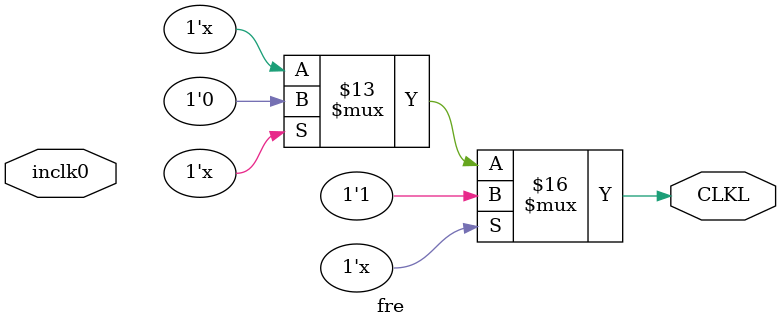
<source format=v>
/*分频用于数码管扫描输出*/
module fre(inclk0,CLKL);		//fre模块，改成学号命名法
input inclk0;
output reg CLKL;
reg [19:0]cnt;

always@(inclk0)
begin
	if(cnt<100000)
	begin
		CLKL<=1'd1;
		cnt<=cnt+1'd1;
	end
	else if(cnt<200000)
	begin
		CLKL<=1'd0;
		cnt<=cnt+1;
	end
	else
		cnt<=0;
end
endmodule
</source>
